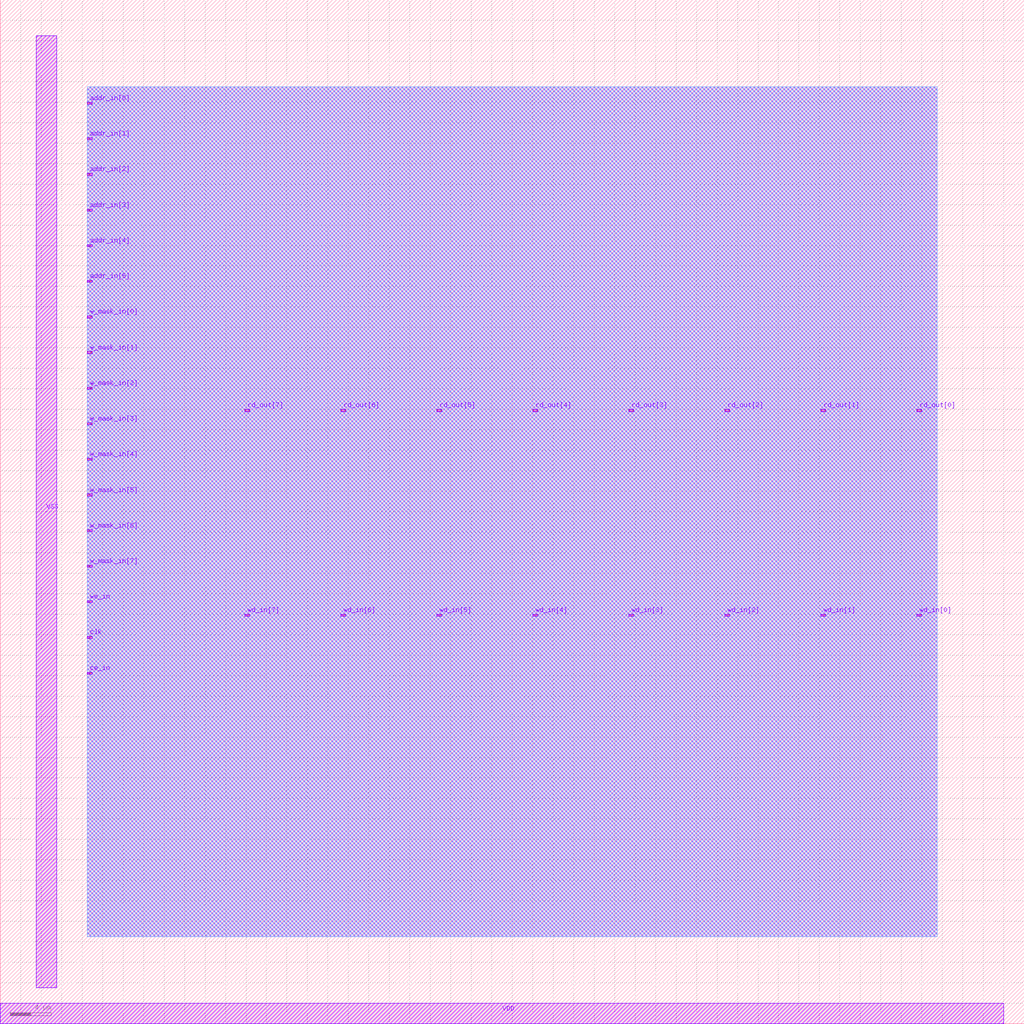
<source format=lef>
BUSBITCHARS "[]" ;

MACRO nangate45_8x64_1P_bit
  FOREIGN nangate45_8x64_1P_bit 0 0 ;
  SYMMETRY X Y R90 ;
  SIZE 100.0 BY 100.0 ;
  CLASS RING ;
  PIN addr_in[0]
    DIRECTION INPUT ;
    USE SIGNAL ;
    SHAPE ABUTMENT ;
    PORT
      LAYER metal1 ;
      RECT 8.5 89.79 9.0 90.0 ;
      LAYER metal2 ;
      RECT 8.5 89.79 9.0 90.0 ;
      LAYER metal3 ;
      RECT 8.5 89.79 9.0 90.0 ;
      LAYER metal4 ;
      RECT 8.5 89.79 9.0 90.0 ;
      END
    END addr_in[0]
  PIN addr_in[1]
    DIRECTION INPUT ;
    USE SIGNAL ;
    SHAPE ABUTMENT ;
    PORT
      LAYER metal1 ;
      RECT 8.5 86.3117391304 9.0 86.5217391304 ;
      LAYER metal2 ;
      RECT 8.5 86.3117391304 9.0 86.5217391304 ;
      LAYER metal3 ;
      RECT 8.5 86.3117391304 9.0 86.5217391304 ;
      LAYER metal4 ;
      RECT 8.5 86.3117391304 9.0 86.5217391304 ;
      END
    END addr_in[1]
  PIN addr_in[2]
    DIRECTION INPUT ;
    USE SIGNAL ;
    SHAPE ABUTMENT ;
    PORT
      LAYER metal1 ;
      RECT 8.5 82.8334782609 9.0 83.0434782609 ;
      LAYER metal2 ;
      RECT 8.5 82.8334782609 9.0 83.0434782609 ;
      LAYER metal3 ;
      RECT 8.5 82.8334782609 9.0 83.0434782609 ;
      LAYER metal4 ;
      RECT 8.5 82.8334782609 9.0 83.0434782609 ;
      END
    END addr_in[2]
  PIN addr_in[3]
    DIRECTION INPUT ;
    USE SIGNAL ;
    SHAPE ABUTMENT ;
    PORT
      LAYER metal1 ;
      RECT 8.5 79.3552173913 9.0 79.5652173913 ;
      LAYER metal2 ;
      RECT 8.5 79.3552173913 9.0 79.5652173913 ;
      LAYER metal3 ;
      RECT 8.5 79.3552173913 9.0 79.5652173913 ;
      LAYER metal4 ;
      RECT 8.5 79.3552173913 9.0 79.5652173913 ;
      END
    END addr_in[3]
  PIN addr_in[4]
    DIRECTION INPUT ;
    USE SIGNAL ;
    SHAPE ABUTMENT ;
    PORT
      LAYER metal1 ;
      RECT 8.5 75.8769565217 9.0 76.0869565217 ;
      LAYER metal2 ;
      RECT 8.5 75.8769565217 9.0 76.0869565217 ;
      LAYER metal3 ;
      RECT 8.5 75.8769565217 9.0 76.0869565217 ;
      LAYER metal4 ;
      RECT 8.5 75.8769565217 9.0 76.0869565217 ;
      END
    END addr_in[4]
  PIN addr_in[5]
    DIRECTION INPUT ;
    USE SIGNAL ;
    SHAPE ABUTMENT ;
    PORT
      LAYER metal1 ;
      RECT 8.5 72.3986956522 9.0 72.6086956522 ;
      LAYER metal2 ;
      RECT 8.5 72.3986956522 9.0 72.6086956522 ;
      LAYER metal3 ;
      RECT 8.5 72.3986956522 9.0 72.6086956522 ;
      LAYER metal4 ;
      RECT 8.5 72.3986956522 9.0 72.6086956522 ;
      END
    END addr_in[5]
  PIN w_mask_in[0]
    DIRECTION INPUT ;
    USE SIGNAL ;
    SHAPE ABUTMENT ;
    PORT
      LAYER metal1 ;
      RECT 8.5 68.9204347826 9.0 69.1304347826 ;
      LAYER metal2 ;
      RECT 8.5 68.9204347826 9.0 69.1304347826 ;
      LAYER metal3 ;
      RECT 8.5 68.9204347826 9.0 69.1304347826 ;
      LAYER metal4 ;
      RECT 8.5 68.9204347826 9.0 69.1304347826 ;
      END
    END w_mask_in[0]
  PIN w_mask_in[1]
    DIRECTION INPUT ;
    USE SIGNAL ;
    SHAPE ABUTMENT ;
    PORT
      LAYER metal1 ;
      RECT 8.5 65.442173913 9.0 65.652173913 ;
      LAYER metal2 ;
      RECT 8.5 65.442173913 9.0 65.652173913 ;
      LAYER metal3 ;
      RECT 8.5 65.442173913 9.0 65.652173913 ;
      LAYER metal4 ;
      RECT 8.5 65.442173913 9.0 65.652173913 ;
      END
    END w_mask_in[1]
  PIN w_mask_in[2]
    DIRECTION INPUT ;
    USE SIGNAL ;
    SHAPE ABUTMENT ;
    PORT
      LAYER metal1 ;
      RECT 8.5 61.9639130435 9.0 62.1739130435 ;
      LAYER metal2 ;
      RECT 8.5 61.9639130435 9.0 62.1739130435 ;
      LAYER metal3 ;
      RECT 8.5 61.9639130435 9.0 62.1739130435 ;
      LAYER metal4 ;
      RECT 8.5 61.9639130435 9.0 62.1739130435 ;
      END
    END w_mask_in[2]
  PIN w_mask_in[3]
    DIRECTION INPUT ;
    USE SIGNAL ;
    SHAPE ABUTMENT ;
    PORT
      LAYER metal1 ;
      RECT 8.5 58.4856521739 9.0 58.6956521739 ;
      LAYER metal2 ;
      RECT 8.5 58.4856521739 9.0 58.6956521739 ;
      LAYER metal3 ;
      RECT 8.5 58.4856521739 9.0 58.6956521739 ;
      LAYER metal4 ;
      RECT 8.5 58.4856521739 9.0 58.6956521739 ;
      END
    END w_mask_in[3]
  PIN w_mask_in[4]
    DIRECTION INPUT ;
    USE SIGNAL ;
    SHAPE ABUTMENT ;
    PORT
      LAYER metal1 ;
      RECT 8.5 55.0073913043 9.0 55.2173913043 ;
      LAYER metal2 ;
      RECT 8.5 55.0073913043 9.0 55.2173913043 ;
      LAYER metal3 ;
      RECT 8.5 55.0073913043 9.0 55.2173913043 ;
      LAYER metal4 ;
      RECT 8.5 55.0073913043 9.0 55.2173913043 ;
      END
    END w_mask_in[4]
  PIN w_mask_in[5]
    DIRECTION INPUT ;
    USE SIGNAL ;
    SHAPE ABUTMENT ;
    PORT
      LAYER metal1 ;
      RECT 8.5 51.5291304348 9.0 51.7391304348 ;
      LAYER metal2 ;
      RECT 8.5 51.5291304348 9.0 51.7391304348 ;
      LAYER metal3 ;
      RECT 8.5 51.5291304348 9.0 51.7391304348 ;
      LAYER metal4 ;
      RECT 8.5 51.5291304348 9.0 51.7391304348 ;
      END
    END w_mask_in[5]
  PIN w_mask_in[6]
    DIRECTION INPUT ;
    USE SIGNAL ;
    SHAPE ABUTMENT ;
    PORT
      LAYER metal1 ;
      RECT 8.5 48.0508695652 9.0 48.2608695652 ;
      LAYER metal2 ;
      RECT 8.5 48.0508695652 9.0 48.2608695652 ;
      LAYER metal3 ;
      RECT 8.5 48.0508695652 9.0 48.2608695652 ;
      LAYER metal4 ;
      RECT 8.5 48.0508695652 9.0 48.2608695652 ;
      END
    END w_mask_in[6]
  PIN w_mask_in[7]
    DIRECTION INPUT ;
    USE SIGNAL ;
    SHAPE ABUTMENT ;
    PORT
      LAYER metal1 ;
      RECT 8.5 44.5726086957 9.0 44.7826086957 ;
      LAYER metal2 ;
      RECT 8.5 44.5726086957 9.0 44.7826086957 ;
      LAYER metal3 ;
      RECT 8.5 44.5726086957 9.0 44.7826086957 ;
      LAYER metal4 ;
      RECT 8.5 44.5726086957 9.0 44.7826086957 ;
      END
    END w_mask_in[7]
  PIN we_in
    DIRECTION INPUT ;
    USE SIGNAL ;
    SHAPE ABUTMENT ;
    PORT
      LAYER metal1 ;
      RECT 8.5 41.0943478261 9.0 41.3043478261 ;
      LAYER metal2 ;
      RECT 8.5 41.0943478261 9.0 41.3043478261 ;
      LAYER metal3 ;
      RECT 8.5 41.0943478261 9.0 41.3043478261 ;
      LAYER metal4 ;
      RECT 8.5 41.0943478261 9.0 41.3043478261 ;
      END
    END we_in
  PIN clk
    DIRECTION INPUT ;
    USE SIGNAL ;
    SHAPE ABUTMENT ;
    PORT
      LAYER metal1 ;
      RECT 8.5 37.6160869565 9.0 37.8260869565 ;
      LAYER metal2 ;
      RECT 8.5 37.6160869565 9.0 37.8260869565 ;
      LAYER metal3 ;
      RECT 8.5 37.6160869565 9.0 37.8260869565 ;
      LAYER metal4 ;
      RECT 8.5 37.6160869565 9.0 37.8260869565 ;
      END
    END clk
  PIN ce_in
    DIRECTION INPUT ;
    USE SIGNAL ;
    SHAPE ABUTMENT ;
    PORT
      LAYER metal1 ;
      RECT 8.5 34.137826087 9.0 34.347826087 ;
      LAYER metal2 ;
      RECT 8.5 34.137826087 9.0 34.347826087 ;
      LAYER metal3 ;
      RECT 8.5 34.137826087 9.0 34.347826087 ;
      LAYER metal4 ;
      RECT 8.5 34.137826087 9.0 34.347826087 ;
      END
    END ce_in
  PIN rd_out[0]
    DIRECTION OUTPUT ;
    USE SIGNAL ;
    SHAPE ABUTMENT ;
    PORT
      LAYER metal1 ;
      RECT 89.5 59.79 90.0 60.0 ;
      LAYER metal2 ;
      RECT 89.5 59.79 90.0 60.0 ;
      LAYER metal3 ;
      RECT 89.5 59.79 90.0 60.0 ;
      LAYER metal4 ;
      RECT 89.5 59.79 90.0 60.0 ;
      END
    END rd_out[0]
  PIN rd_out[1]
    DIRECTION OUTPUT ;
    USE SIGNAL ;
    SHAPE ABUTMENT ;
    PORT
      LAYER metal1 ;
      RECT 80.125 59.79 80.625 60.0 ;
      LAYER metal2 ;
      RECT 80.125 59.79 80.625 60.0 ;
      LAYER metal3 ;
      RECT 80.125 59.79 80.625 60.0 ;
      LAYER metal4 ;
      RECT 80.125 59.79 80.625 60.0 ;
      END
    END rd_out[1]
  PIN rd_out[2]
    DIRECTION OUTPUT ;
    USE SIGNAL ;
    SHAPE ABUTMENT ;
    PORT
      LAYER metal1 ;
      RECT 70.75 59.79 71.25 60.0 ;
      LAYER metal2 ;
      RECT 70.75 59.79 71.25 60.0 ;
      LAYER metal3 ;
      RECT 70.75 59.79 71.25 60.0 ;
      LAYER metal4 ;
      RECT 70.75 59.79 71.25 60.0 ;
      END
    END rd_out[2]
  PIN rd_out[3]
    DIRECTION OUTPUT ;
    USE SIGNAL ;
    SHAPE ABUTMENT ;
    PORT
      LAYER metal1 ;
      RECT 61.375 59.79 61.875 60.0 ;
      LAYER metal2 ;
      RECT 61.375 59.79 61.875 60.0 ;
      LAYER metal3 ;
      RECT 61.375 59.79 61.875 60.0 ;
      LAYER metal4 ;
      RECT 61.375 59.79 61.875 60.0 ;
      END
    END rd_out[3]
  PIN rd_out[4]
    DIRECTION OUTPUT ;
    USE SIGNAL ;
    SHAPE ABUTMENT ;
    PORT
      LAYER metal1 ;
      RECT 52.0 59.79 52.5 60.0 ;
      LAYER metal2 ;
      RECT 52.0 59.79 52.5 60.0 ;
      LAYER metal3 ;
      RECT 52.0 59.79 52.5 60.0 ;
      LAYER metal4 ;
      RECT 52.0 59.79 52.5 60.0 ;
      END
    END rd_out[4]
  PIN rd_out[5]
    DIRECTION OUTPUT ;
    USE SIGNAL ;
    SHAPE ABUTMENT ;
    PORT
      LAYER metal1 ;
      RECT 42.625 59.79 43.125 60.0 ;
      LAYER metal2 ;
      RECT 42.625 59.79 43.125 60.0 ;
      LAYER metal3 ;
      RECT 42.625 59.79 43.125 60.0 ;
      LAYER metal4 ;
      RECT 42.625 59.79 43.125 60.0 ;
      END
    END rd_out[5]
  PIN rd_out[6]
    DIRECTION OUTPUT ;
    USE SIGNAL ;
    SHAPE ABUTMENT ;
    PORT
      LAYER metal1 ;
      RECT 33.25 59.79 33.75 60.0 ;
      LAYER metal2 ;
      RECT 33.25 59.79 33.75 60.0 ;
      LAYER metal3 ;
      RECT 33.25 59.79 33.75 60.0 ;
      LAYER metal4 ;
      RECT 33.25 59.79 33.75 60.0 ;
      END
    END rd_out[6]
  PIN rd_out[7]
    DIRECTION OUTPUT ;
    USE SIGNAL ;
    SHAPE ABUTMENT ;
    PORT
      LAYER metal1 ;
      RECT 23.875 59.79 24.375 60.0 ;
      LAYER metal2 ;
      RECT 23.875 59.79 24.375 60.0 ;
      LAYER metal3 ;
      RECT 23.875 59.79 24.375 60.0 ;
      LAYER metal4 ;
      RECT 23.875 59.79 24.375 60.0 ;
      END
    END rd_out[7]
  PIN wd_in[0]
    DIRECTION INPUT ;
    USE SIGNAL ;
    SHAPE ABUTMENT ;
    PORT
      LAYER metal1 ;
      RECT 89.5 39.79 90.0 40.0 ;
      LAYER metal2 ;
      RECT 89.5 39.79 90.0 40.0 ;
      LAYER metal3 ;
      RECT 89.5 39.79 90.0 40.0 ;
      LAYER metal4 ;
      RECT 89.5 39.79 90.0 40.0 ;
      END
    END wd_in[0]
  PIN wd_in[1]
    DIRECTION INPUT ;
    USE SIGNAL ;
    SHAPE ABUTMENT ;
    PORT
      LAYER metal1 ;
      RECT 80.125 39.79 80.625 40.0 ;
      LAYER metal2 ;
      RECT 80.125 39.79 80.625 40.0 ;
      LAYER metal3 ;
      RECT 80.125 39.79 80.625 40.0 ;
      LAYER metal4 ;
      RECT 80.125 39.79 80.625 40.0 ;
      END
    END wd_in[1]
  PIN wd_in[2]
    DIRECTION INPUT ;
    USE SIGNAL ;
    SHAPE ABUTMENT ;
    PORT
      LAYER metal1 ;
      RECT 70.75 39.79 71.25 40.0 ;
      LAYER metal2 ;
      RECT 70.75 39.79 71.25 40.0 ;
      LAYER metal3 ;
      RECT 70.75 39.79 71.25 40.0 ;
      LAYER metal4 ;
      RECT 70.75 39.79 71.25 40.0 ;
      END
    END wd_in[2]
  PIN wd_in[3]
    DIRECTION INPUT ;
    USE SIGNAL ;
    SHAPE ABUTMENT ;
    PORT
      LAYER metal1 ;
      RECT 61.375 39.79 61.875 40.0 ;
      LAYER metal2 ;
      RECT 61.375 39.79 61.875 40.0 ;
      LAYER metal3 ;
      RECT 61.375 39.79 61.875 40.0 ;
      LAYER metal4 ;
      RECT 61.375 39.79 61.875 40.0 ;
      END
    END wd_in[3]
  PIN wd_in[4]
    DIRECTION INPUT ;
    USE SIGNAL ;
    SHAPE ABUTMENT ;
    PORT
      LAYER metal1 ;
      RECT 52.0 39.79 52.5 40.0 ;
      LAYER metal2 ;
      RECT 52.0 39.79 52.5 40.0 ;
      LAYER metal3 ;
      RECT 52.0 39.79 52.5 40.0 ;
      LAYER metal4 ;
      RECT 52.0 39.79 52.5 40.0 ;
      END
    END wd_in[4]
  PIN wd_in[5]
    DIRECTION INPUT ;
    USE SIGNAL ;
    SHAPE ABUTMENT ;
    PORT
      LAYER metal1 ;
      RECT 42.625 39.79 43.125 40.0 ;
      LAYER metal2 ;
      RECT 42.625 39.79 43.125 40.0 ;
      LAYER metal3 ;
      RECT 42.625 39.79 43.125 40.0 ;
      LAYER metal4 ;
      RECT 42.625 39.79 43.125 40.0 ;
      END
    END wd_in[5]
  PIN wd_in[6]
    DIRECTION INPUT ;
    USE SIGNAL ;
    SHAPE ABUTMENT ;
    PORT
      LAYER metal1 ;
      RECT 33.25 39.79 33.75 40.0 ;
      LAYER metal2 ;
      RECT 33.25 39.79 33.75 40.0 ;
      LAYER metal3 ;
      RECT 33.25 39.79 33.75 40.0 ;
      LAYER metal4 ;
      RECT 33.25 39.79 33.75 40.0 ;
      END
    END wd_in[6]
  PIN wd_in[7]
    DIRECTION INPUT ;
    USE SIGNAL ;
    SHAPE ABUTMENT ;
    PORT
      LAYER metal1 ;
      RECT 23.875 39.79 24.375 40.0 ;
      LAYER metal2 ;
      RECT 23.875 39.79 24.375 40.0 ;
      LAYER metal3 ;
      RECT 23.875 39.79 24.375 40.0 ;
      LAYER metal4 ;
      RECT 23.875 39.79 24.375 40.0 ;
      END
    END wd_in[7]
  PIN VSS
    DIRECTION INOUT ;
    USE GROUND ;
    SHAPE RING ;
    PORT
      LAYER metal3 ;
      RECT 3.5 3.5 5.5 96.5 ;
      END
    PORT
      LAYER metal4 ;
      RECT 3.5 3.5 5.5 96.5 ;
      END
    END VSS
  PIN VDD
    DIRECTION INOUT ;
    USE POWER ;
    SHAPE RING ;
    PORT
      LAYER metal3 ;
      RECT 0.0 0.0 98.0 2.0 ;
      END
    PORT
      LAYER metal4 ;
      RECT 0.0 0.0 98.0 2.0 ;
      END
    END VDD
  OBS
    #core
    LAYER VIA1 ;
    RECT 8.5 8.5 91.5 91.5 ;
    LAYER VIA2 ;
    RECT 8.5 8.5 91.5 91.5 ;
    LAYER VIA3 ;
    RECT 8.5 8.5 91.5 91.5 ;
    LAYER OVERLAP ;
    RECT 8.5 8.5 91.5 91.5 ;
    END
  END nangate45_8x64_1P_bit

END LIBRARY

</source>
